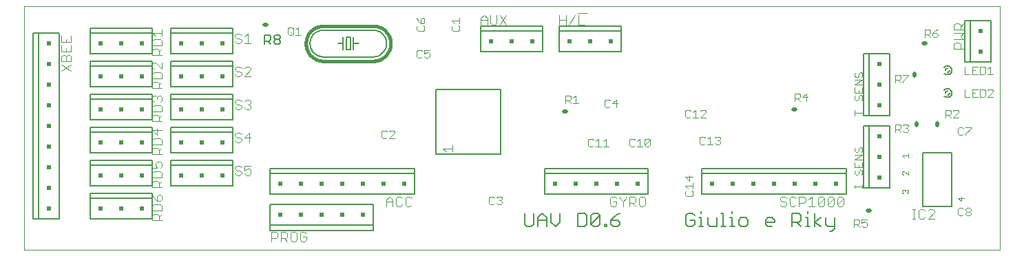
<source format=gto>
G75*
G70*
%OFA0B0*%
%FSLAX24Y24*%
%IPPOS*%
%LPD*%
%AMOC8*
5,1,8,0,0,1.08239X$1,22.5*
%
%ADD10C,0.0000*%
%ADD11C,0.0060*%
%ADD12C,0.0050*%
%ADD13C,0.0040*%
%ADD14C,0.0030*%
%ADD15C,0.0160*%
%ADD16R,0.0200X0.0200*%
%ADD17C,0.0200*%
%ADD18C,0.0080*%
D10*
X000202Y000181D02*
X047426Y000181D01*
X047426Y011992D01*
X000202Y011992D01*
X000202Y000181D01*
D11*
X000631Y001681D02*
X000631Y010681D01*
X000881Y010681D01*
X001881Y010681D01*
X001881Y001681D01*
X000881Y001681D01*
X000631Y001681D01*
X000881Y001681D02*
X000881Y010681D01*
X003381Y010681D02*
X003381Y010931D01*
X006381Y010931D01*
X006381Y010681D01*
X006381Y009681D01*
X003381Y009681D01*
X003381Y010681D01*
X006381Y010681D01*
X007281Y010681D02*
X007281Y010931D01*
X010281Y010931D01*
X010281Y010681D01*
X010281Y009681D01*
X007281Y009681D01*
X007281Y010681D01*
X010281Y010681D01*
X014681Y010831D02*
X017081Y010831D01*
X016131Y010481D02*
X016131Y010181D01*
X016381Y010181D01*
X016131Y010181D02*
X016131Y009881D01*
X015981Y009881D02*
X015781Y009881D01*
X015781Y010481D01*
X015981Y010481D01*
X015981Y009881D01*
X015631Y009881D02*
X015631Y010181D01*
X015381Y010181D01*
X015631Y010181D02*
X015631Y010481D01*
X014681Y010831D02*
X014631Y010829D01*
X014582Y010823D01*
X014533Y010814D01*
X014485Y010801D01*
X014438Y010784D01*
X014393Y010764D01*
X014349Y010740D01*
X014307Y010713D01*
X014267Y010682D01*
X014230Y010649D01*
X014196Y010613D01*
X014164Y010575D01*
X014135Y010534D01*
X014110Y010492D01*
X014088Y010447D01*
X014069Y010401D01*
X014054Y010353D01*
X014043Y010305D01*
X014035Y010256D01*
X014031Y010206D01*
X014031Y010156D01*
X014035Y010106D01*
X014043Y010057D01*
X014054Y010009D01*
X014069Y009961D01*
X014088Y009915D01*
X014110Y009870D01*
X014135Y009828D01*
X014164Y009787D01*
X014196Y009749D01*
X014230Y009713D01*
X014267Y009680D01*
X014307Y009649D01*
X014349Y009622D01*
X014393Y009598D01*
X014438Y009578D01*
X014485Y009561D01*
X014533Y009548D01*
X014582Y009539D01*
X014631Y009533D01*
X014681Y009531D01*
X017081Y009531D01*
X017131Y009533D01*
X017180Y009539D01*
X017229Y009548D01*
X017277Y009561D01*
X017324Y009578D01*
X017369Y009598D01*
X017413Y009622D01*
X017455Y009649D01*
X017495Y009680D01*
X017532Y009713D01*
X017566Y009749D01*
X017598Y009787D01*
X017627Y009828D01*
X017652Y009870D01*
X017674Y009915D01*
X017693Y009961D01*
X017708Y010009D01*
X017719Y010057D01*
X017727Y010106D01*
X017731Y010156D01*
X017731Y010206D01*
X017727Y010256D01*
X017719Y010305D01*
X017708Y010353D01*
X017693Y010401D01*
X017674Y010447D01*
X017652Y010492D01*
X017627Y010534D01*
X017598Y010575D01*
X017566Y010613D01*
X017532Y010649D01*
X017495Y010682D01*
X017455Y010713D01*
X017413Y010740D01*
X017369Y010764D01*
X017324Y010784D01*
X017277Y010801D01*
X017229Y010814D01*
X017180Y010823D01*
X017131Y010829D01*
X017081Y010831D01*
X022281Y010781D02*
X022281Y009781D01*
X025281Y009781D01*
X025281Y010781D01*
X025281Y011031D01*
X022281Y011031D01*
X022281Y010781D01*
X025281Y010781D01*
X026081Y010781D02*
X026081Y011031D01*
X029081Y011031D01*
X029081Y010781D01*
X029081Y009781D01*
X026081Y009781D01*
X026081Y010781D01*
X029081Y010781D01*
X040831Y009681D02*
X041081Y009681D01*
X042081Y009681D01*
X042081Y006681D01*
X041081Y006681D01*
X040831Y006681D01*
X040831Y009681D01*
X041081Y009681D02*
X041081Y006681D01*
X041081Y006181D02*
X040831Y006181D01*
X040831Y003181D01*
X041081Y003181D01*
X041081Y006181D01*
X042081Y006181D01*
X042081Y003181D01*
X041081Y003181D01*
X039981Y002881D02*
X032981Y002881D01*
X032981Y003881D01*
X032981Y004131D01*
X039981Y004131D01*
X039981Y003881D01*
X039981Y002881D01*
X038119Y002059D02*
X038119Y001952D01*
X038442Y001952D02*
X038442Y001311D01*
X038442Y001525D02*
X038762Y001311D01*
X038979Y001418D02*
X039086Y001311D01*
X039406Y001311D01*
X039406Y001205D02*
X039299Y001098D01*
X039192Y001098D01*
X039406Y001205D02*
X039406Y001738D01*
X038979Y001738D02*
X038979Y001418D01*
X038762Y001738D02*
X038442Y001525D01*
X038119Y001738D02*
X038012Y001738D01*
X038119Y001738D02*
X038119Y001311D01*
X038012Y001311D02*
X038226Y001311D01*
X037795Y001311D02*
X037581Y001525D01*
X037688Y001525D02*
X037368Y001525D01*
X037688Y001525D02*
X037795Y001632D01*
X037795Y001845D01*
X037688Y001952D01*
X037368Y001952D01*
X037368Y001311D01*
X036506Y001525D02*
X036079Y001525D01*
X036079Y001418D02*
X036079Y001632D01*
X036185Y001738D01*
X036399Y001738D01*
X036506Y001632D01*
X036506Y001525D01*
X036185Y001311D02*
X036079Y001418D01*
X036185Y001311D02*
X036399Y001311D01*
X035217Y001418D02*
X035217Y001632D01*
X035110Y001738D01*
X034896Y001738D01*
X034790Y001632D01*
X034790Y001418D01*
X034896Y001311D01*
X035110Y001311D01*
X035217Y001418D01*
X034573Y001311D02*
X034360Y001311D01*
X034467Y001311D02*
X034467Y001738D01*
X034360Y001738D01*
X034467Y001952D02*
X034467Y002059D01*
X034037Y001952D02*
X034037Y001311D01*
X033930Y001311D02*
X034144Y001311D01*
X033713Y001311D02*
X033713Y001738D01*
X033286Y001738D02*
X033286Y001418D01*
X033392Y001311D01*
X033713Y001311D01*
X033069Y001311D02*
X032856Y001311D01*
X032963Y001311D02*
X032963Y001738D01*
X032856Y001738D01*
X032638Y001632D02*
X032425Y001632D01*
X032638Y001632D02*
X032638Y001418D01*
X032532Y001311D01*
X032318Y001311D01*
X032211Y001418D01*
X032211Y001845D01*
X032318Y001952D01*
X032532Y001952D01*
X032638Y001845D01*
X032963Y001952D02*
X032963Y002059D01*
X033930Y001952D02*
X034037Y001952D01*
X030381Y002881D02*
X025381Y002881D01*
X025381Y003881D01*
X025381Y004131D01*
X030381Y004131D01*
X030381Y003881D01*
X030381Y002881D01*
X030381Y003881D02*
X025381Y003881D01*
X019081Y003881D02*
X019081Y002881D01*
X012081Y002881D01*
X012081Y003881D01*
X012081Y004131D01*
X019081Y004131D01*
X019081Y003881D01*
X012081Y003881D01*
X010281Y004281D02*
X010281Y004531D01*
X007281Y004531D01*
X007281Y004281D01*
X010281Y004281D01*
X010281Y003281D01*
X007281Y003281D01*
X007281Y004281D01*
X006381Y004281D02*
X006381Y004531D01*
X003381Y004531D01*
X003381Y004281D01*
X006381Y004281D01*
X006381Y003281D01*
X003381Y003281D01*
X003381Y004281D01*
X003381Y004881D02*
X006381Y004881D01*
X006381Y005881D01*
X006381Y006131D01*
X003381Y006131D01*
X003381Y005881D01*
X006381Y005881D01*
X007281Y005881D02*
X007281Y006131D01*
X010281Y006131D01*
X010281Y005881D01*
X010281Y004881D01*
X007281Y004881D01*
X007281Y005881D01*
X010281Y005881D01*
X010281Y006481D02*
X010281Y007481D01*
X010281Y007731D01*
X007281Y007731D01*
X007281Y007481D01*
X010281Y007481D01*
X010281Y008081D02*
X010281Y009081D01*
X010281Y009331D01*
X007281Y009331D01*
X007281Y009081D01*
X010281Y009081D01*
X007281Y009081D02*
X007281Y008081D01*
X010281Y008081D01*
X007281Y007481D02*
X007281Y006481D01*
X010281Y006481D01*
X006381Y006481D02*
X006381Y007481D01*
X006381Y007731D01*
X003381Y007731D01*
X003381Y007481D01*
X006381Y007481D01*
X006381Y008081D02*
X006381Y009081D01*
X006381Y009331D01*
X003381Y009331D01*
X003381Y009081D01*
X006381Y009081D01*
X003381Y009081D02*
X003381Y008081D01*
X006381Y008081D01*
X003381Y007481D02*
X003381Y006481D01*
X006381Y006481D01*
X003381Y005881D02*
X003381Y004881D01*
X003381Y002931D02*
X006381Y002931D01*
X006381Y002681D01*
X006381Y001681D01*
X003381Y001681D01*
X003381Y002681D01*
X003381Y002931D01*
X003381Y002681D02*
X006381Y002681D01*
X012081Y002381D02*
X012081Y001381D01*
X012081Y001131D01*
X017081Y001131D01*
X017081Y001381D01*
X012081Y001381D01*
X012081Y002381D02*
X017081Y002381D01*
X017081Y001381D01*
X024411Y001418D02*
X024518Y001311D01*
X024732Y001311D01*
X024838Y001418D01*
X024838Y001952D01*
X025056Y001738D02*
X025269Y001952D01*
X025483Y001738D01*
X025483Y001311D01*
X025700Y001525D02*
X025914Y001311D01*
X026127Y001525D01*
X026127Y001952D01*
X025700Y001952D02*
X025700Y001525D01*
X025483Y001632D02*
X025056Y001632D01*
X025056Y001738D02*
X025056Y001311D01*
X024411Y001418D02*
X024411Y001952D01*
X026990Y001952D02*
X026990Y001311D01*
X027310Y001311D01*
X027417Y001418D01*
X027417Y001845D01*
X027310Y001952D01*
X026990Y001952D01*
X027634Y001845D02*
X027741Y001952D01*
X027954Y001952D01*
X028061Y001845D01*
X027634Y001418D01*
X027741Y001311D01*
X027954Y001311D01*
X028061Y001418D01*
X028061Y001845D01*
X027634Y001845D02*
X027634Y001418D01*
X028279Y001418D02*
X028279Y001311D01*
X028385Y001311D01*
X028385Y001418D01*
X028279Y001418D01*
X028601Y001418D02*
X028708Y001311D01*
X028921Y001311D01*
X029028Y001418D01*
X029028Y001525D01*
X028921Y001632D01*
X028601Y001632D01*
X028601Y001418D01*
X028601Y001632D02*
X028814Y001845D01*
X029028Y001952D01*
X032981Y003881D02*
X039981Y003881D01*
X044731Y007631D02*
X044781Y007581D01*
X044981Y007581D01*
X045031Y007631D01*
X045049Y007652D01*
X045065Y007675D01*
X045077Y007700D01*
X045086Y007726D01*
X045091Y007753D01*
X045093Y007781D01*
X045091Y007809D01*
X045086Y007836D01*
X045077Y007862D01*
X045065Y007887D01*
X045049Y007910D01*
X045031Y007931D01*
X044981Y007981D01*
X044781Y007981D01*
X044731Y007931D01*
X044881Y007881D02*
X044864Y007879D01*
X044847Y007875D01*
X044831Y007868D01*
X044817Y007858D01*
X044804Y007845D01*
X044794Y007831D01*
X044787Y007815D01*
X044783Y007798D01*
X044781Y007781D01*
X044881Y007681D02*
X044898Y007683D01*
X044915Y007687D01*
X044931Y007694D01*
X044945Y007704D01*
X044958Y007717D01*
X044968Y007731D01*
X044975Y007747D01*
X044979Y007764D01*
X044981Y007781D01*
X044981Y008681D02*
X044781Y008681D01*
X044731Y008731D01*
X045031Y008731D02*
X045049Y008752D01*
X045065Y008775D01*
X045077Y008800D01*
X045086Y008826D01*
X045091Y008853D01*
X045093Y008881D01*
X045091Y008909D01*
X045086Y008936D01*
X045077Y008962D01*
X045065Y008987D01*
X045049Y009010D01*
X045031Y009031D01*
X044981Y009081D01*
X044781Y009081D01*
X044731Y009031D01*
X044881Y008981D02*
X044864Y008979D01*
X044847Y008975D01*
X044831Y008968D01*
X044817Y008958D01*
X044804Y008945D01*
X044794Y008931D01*
X044787Y008915D01*
X044783Y008898D01*
X044781Y008881D01*
X044881Y008781D02*
X044898Y008783D01*
X044915Y008787D01*
X044931Y008794D01*
X044945Y008804D01*
X044958Y008817D01*
X044968Y008831D01*
X044975Y008847D01*
X044979Y008864D01*
X044981Y008881D01*
X045031Y008731D02*
X044981Y008681D01*
X045731Y009281D02*
X045731Y011281D01*
X045981Y011281D01*
X046981Y011281D01*
X046981Y009281D01*
X045981Y009281D01*
X045731Y009281D01*
X045981Y009281D02*
X045981Y011281D01*
D12*
X023256Y007956D02*
X020107Y007956D01*
X020107Y004807D01*
X023256Y004807D01*
X023256Y007956D01*
X012586Y010221D02*
X012511Y010146D01*
X012361Y010146D01*
X012286Y010221D01*
X012286Y010297D01*
X012361Y010372D01*
X012511Y010372D01*
X012586Y010297D01*
X012586Y010221D01*
X012511Y010372D02*
X012586Y010447D01*
X012586Y010522D01*
X012511Y010597D01*
X012361Y010597D01*
X012286Y010522D01*
X012286Y010447D01*
X012361Y010372D01*
X012126Y010372D02*
X012051Y010297D01*
X011826Y010297D01*
X011976Y010297D02*
X012126Y010146D01*
X011826Y010146D02*
X011826Y010597D01*
X012051Y010597D01*
X012126Y010522D01*
X012126Y010372D01*
D13*
X011169Y010201D02*
X010862Y010201D01*
X011015Y010201D02*
X011015Y010662D01*
X010862Y010508D01*
X010708Y010585D02*
X010632Y010662D01*
X010478Y010662D01*
X010401Y010585D01*
X010401Y010508D01*
X010478Y010432D01*
X010632Y010432D01*
X010708Y010355D01*
X010708Y010278D01*
X010632Y010201D01*
X010478Y010201D01*
X010401Y010278D01*
X006861Y010311D02*
X006861Y010081D01*
X006401Y010081D01*
X006401Y010311D01*
X006478Y010388D01*
X006785Y010388D01*
X006861Y010311D01*
X006861Y010541D02*
X006861Y010848D01*
X006861Y010694D02*
X006401Y010694D01*
X006555Y010541D01*
X006631Y009927D02*
X006708Y009850D01*
X006708Y009620D01*
X006861Y009620D02*
X006401Y009620D01*
X006401Y009850D01*
X006478Y009927D01*
X006631Y009927D01*
X006708Y009774D02*
X006861Y009927D01*
X006861Y009248D02*
X006861Y008941D01*
X006555Y009248D01*
X006478Y009248D01*
X006401Y009171D01*
X006401Y009018D01*
X006478Y008941D01*
X006478Y008788D02*
X006401Y008711D01*
X006401Y008481D01*
X006861Y008481D01*
X006861Y008711D01*
X006785Y008788D01*
X006478Y008788D01*
X006478Y008327D02*
X006631Y008327D01*
X006708Y008250D01*
X006708Y008020D01*
X006861Y008020D02*
X006401Y008020D01*
X006401Y008250D01*
X006478Y008327D01*
X006708Y008174D02*
X006861Y008327D01*
X006785Y007648D02*
X006861Y007571D01*
X006861Y007418D01*
X006785Y007341D01*
X006785Y007188D02*
X006478Y007188D01*
X006401Y007111D01*
X006401Y006881D01*
X006861Y006881D01*
X006861Y007111D01*
X006785Y007188D01*
X006478Y007341D02*
X006401Y007418D01*
X006401Y007571D01*
X006478Y007648D01*
X006555Y007648D01*
X006631Y007571D01*
X006708Y007648D01*
X006785Y007648D01*
X006631Y007571D02*
X006631Y007494D01*
X006631Y006727D02*
X006708Y006650D01*
X006708Y006420D01*
X006861Y006420D02*
X006401Y006420D01*
X006401Y006650D01*
X006478Y006727D01*
X006631Y006727D01*
X006708Y006574D02*
X006861Y006727D01*
X006631Y006048D02*
X006631Y005741D01*
X006401Y005971D01*
X006861Y005971D01*
X006785Y005588D02*
X006478Y005588D01*
X006401Y005511D01*
X006401Y005281D01*
X006861Y005281D01*
X006861Y005511D01*
X006785Y005588D01*
X006861Y005127D02*
X006708Y004974D01*
X006708Y005050D02*
X006708Y004820D01*
X006861Y004820D02*
X006401Y004820D01*
X006401Y005050D01*
X006478Y005127D01*
X006631Y005127D01*
X006708Y005050D01*
X006631Y004448D02*
X006785Y004448D01*
X006861Y004371D01*
X006861Y004218D01*
X006785Y004141D01*
X006631Y004141D02*
X006555Y004294D01*
X006555Y004371D01*
X006631Y004448D01*
X006401Y004448D02*
X006401Y004141D01*
X006631Y004141D01*
X006478Y003988D02*
X006401Y003911D01*
X006401Y003681D01*
X006861Y003681D01*
X006861Y003911D01*
X006785Y003988D01*
X006478Y003988D01*
X006478Y003527D02*
X006631Y003527D01*
X006708Y003450D01*
X006708Y003220D01*
X006861Y003220D02*
X006401Y003220D01*
X006401Y003450D01*
X006478Y003527D01*
X006708Y003374D02*
X006861Y003527D01*
X006785Y002848D02*
X006708Y002848D01*
X006631Y002771D01*
X006631Y002541D01*
X006785Y002541D01*
X006861Y002618D01*
X006861Y002771D01*
X006785Y002848D01*
X006478Y002694D02*
X006631Y002541D01*
X006478Y002694D02*
X006401Y002848D01*
X006478Y002388D02*
X006401Y002311D01*
X006401Y002081D01*
X006861Y002081D01*
X006861Y002311D01*
X006785Y002388D01*
X006478Y002388D01*
X006478Y001927D02*
X006631Y001927D01*
X006708Y001850D01*
X006708Y001620D01*
X006861Y001620D02*
X006401Y001620D01*
X006401Y001850D01*
X006478Y001927D01*
X006708Y001774D02*
X006861Y001927D01*
X012160Y001062D02*
X012160Y000601D01*
X012620Y000601D02*
X012620Y001062D01*
X012850Y001062D01*
X012927Y000985D01*
X012927Y000832D01*
X012850Y000755D01*
X012620Y000755D01*
X012774Y000755D02*
X012927Y000601D01*
X013081Y000678D02*
X013157Y000601D01*
X013311Y000601D01*
X013387Y000678D01*
X013387Y000985D01*
X013311Y001062D01*
X013157Y001062D01*
X013081Y000985D01*
X013081Y000678D01*
X013541Y000678D02*
X013618Y000601D01*
X013771Y000601D01*
X013848Y000678D01*
X013848Y000832D01*
X013694Y000832D01*
X013541Y000985D02*
X013541Y000678D01*
X013541Y000985D02*
X013618Y001062D01*
X013771Y001062D01*
X013848Y000985D01*
X012467Y000985D02*
X012467Y000832D01*
X012390Y000755D01*
X012160Y000755D01*
X012390Y001062D02*
X012467Y000985D01*
X012390Y001062D02*
X012160Y001062D01*
X017720Y002301D02*
X017720Y002608D01*
X017874Y002762D01*
X018027Y002608D01*
X018027Y002301D01*
X018181Y002378D02*
X018257Y002301D01*
X018411Y002301D01*
X018488Y002378D01*
X018641Y002378D02*
X018718Y002301D01*
X018871Y002301D01*
X018948Y002378D01*
X018641Y002378D02*
X018641Y002685D01*
X018718Y002762D01*
X018871Y002762D01*
X018948Y002685D01*
X018488Y002685D02*
X018411Y002762D01*
X018257Y002762D01*
X018181Y002685D01*
X018181Y002378D01*
X018027Y002532D02*
X017720Y002532D01*
X011169Y003878D02*
X011092Y003801D01*
X010938Y003801D01*
X010862Y003878D01*
X010862Y004032D02*
X011015Y004108D01*
X011092Y004108D01*
X011169Y004032D01*
X011169Y003878D01*
X010862Y004032D02*
X010862Y004262D01*
X011169Y004262D01*
X010708Y004185D02*
X010632Y004262D01*
X010478Y004262D01*
X010401Y004185D01*
X010401Y004108D01*
X010478Y004032D01*
X010632Y004032D01*
X010708Y003955D01*
X010708Y003878D01*
X010632Y003801D01*
X010478Y003801D01*
X010401Y003878D01*
X010478Y005401D02*
X010401Y005478D01*
X010478Y005401D02*
X010632Y005401D01*
X010708Y005478D01*
X010708Y005555D01*
X010632Y005632D01*
X010478Y005632D01*
X010401Y005708D01*
X010401Y005785D01*
X010478Y005862D01*
X010632Y005862D01*
X010708Y005785D01*
X010862Y005632D02*
X011169Y005632D01*
X011092Y005862D02*
X010862Y005632D01*
X011092Y005401D02*
X011092Y005862D01*
X011092Y007001D02*
X010938Y007001D01*
X010862Y007078D01*
X010708Y007078D02*
X010632Y007001D01*
X010478Y007001D01*
X010401Y007078D01*
X010632Y007232D02*
X010708Y007155D01*
X010708Y007078D01*
X011092Y007001D02*
X011169Y007078D01*
X011169Y007155D01*
X011092Y007232D01*
X011015Y007232D01*
X011092Y007232D02*
X011169Y007308D01*
X011169Y007385D01*
X011092Y007462D01*
X010938Y007462D01*
X010862Y007385D01*
X010708Y007385D02*
X010632Y007462D01*
X010478Y007462D01*
X010401Y007385D01*
X010401Y007308D01*
X010478Y007232D01*
X010632Y007232D01*
X010632Y008601D02*
X010478Y008601D01*
X010401Y008678D01*
X010478Y008832D02*
X010632Y008832D01*
X010708Y008755D01*
X010708Y008678D01*
X010632Y008601D01*
X010862Y008601D02*
X011169Y008908D01*
X011169Y008985D01*
X011092Y009062D01*
X010938Y009062D01*
X010862Y008985D01*
X010708Y008985D02*
X010632Y009062D01*
X010478Y009062D01*
X010401Y008985D01*
X010401Y008908D01*
X010478Y008832D01*
X010862Y008601D02*
X011169Y008601D01*
X002461Y008860D02*
X002001Y009167D01*
X002001Y009320D02*
X002001Y009550D01*
X002078Y009627D01*
X002155Y009627D01*
X002231Y009550D01*
X002231Y009320D01*
X002461Y009320D02*
X002001Y009320D01*
X002001Y008860D02*
X002461Y009167D01*
X002461Y009320D02*
X002461Y009550D01*
X002385Y009627D01*
X002308Y009627D01*
X002231Y009550D01*
X002231Y009781D02*
X002231Y009934D01*
X002001Y009781D02*
X002461Y009781D01*
X002461Y010087D01*
X002001Y010087D02*
X002001Y009781D01*
X002001Y010241D02*
X002461Y010241D01*
X002461Y010548D01*
X002231Y010394D02*
X002231Y010241D01*
X002001Y010241D02*
X002001Y010548D01*
X020924Y005244D02*
X020924Y004937D01*
X020924Y005090D02*
X020464Y005090D01*
X020618Y004937D01*
X028560Y002685D02*
X028637Y002762D01*
X028790Y002762D01*
X028867Y002685D01*
X029020Y002685D02*
X029174Y002532D01*
X029174Y002301D01*
X029481Y002301D02*
X029481Y002762D01*
X029711Y002762D01*
X029787Y002685D01*
X029787Y002532D01*
X029711Y002455D01*
X029481Y002455D01*
X029634Y002455D02*
X029787Y002301D01*
X029941Y002378D02*
X030018Y002301D01*
X030171Y002301D01*
X030248Y002378D01*
X030248Y002685D01*
X030171Y002762D01*
X030018Y002762D01*
X029941Y002685D01*
X029941Y002378D01*
X029327Y002685D02*
X029174Y002532D01*
X029327Y002685D02*
X029327Y002762D01*
X029020Y002762D02*
X029020Y002685D01*
X028867Y002532D02*
X028713Y002532D01*
X028867Y002532D02*
X028867Y002378D01*
X028790Y002301D01*
X028637Y002301D01*
X028560Y002378D01*
X028560Y002685D01*
X036779Y002685D02*
X036779Y002608D01*
X036855Y002532D01*
X037009Y002532D01*
X037086Y002455D01*
X037086Y002378D01*
X037009Y002301D01*
X036855Y002301D01*
X036779Y002378D01*
X037239Y002378D02*
X037316Y002301D01*
X037469Y002301D01*
X037546Y002378D01*
X037699Y002301D02*
X037699Y002762D01*
X037930Y002762D01*
X038006Y002685D01*
X038006Y002532D01*
X037930Y002455D01*
X037699Y002455D01*
X037239Y002378D02*
X037239Y002685D01*
X037316Y002762D01*
X037469Y002762D01*
X037546Y002685D01*
X037086Y002685D02*
X037009Y002762D01*
X036855Y002762D01*
X036779Y002685D01*
X038160Y002608D02*
X038313Y002762D01*
X038313Y002301D01*
X038160Y002301D02*
X038467Y002301D01*
X038620Y002378D02*
X038927Y002685D01*
X038927Y002378D01*
X038850Y002301D01*
X038697Y002301D01*
X038620Y002378D01*
X038620Y002685D01*
X038697Y002762D01*
X038850Y002762D01*
X038927Y002685D01*
X039080Y002685D02*
X039157Y002762D01*
X039311Y002762D01*
X039387Y002685D01*
X039080Y002378D01*
X039157Y002301D01*
X039311Y002301D01*
X039387Y002378D01*
X039387Y002685D01*
X039541Y002685D02*
X039618Y002762D01*
X039771Y002762D01*
X039848Y002685D01*
X039541Y002378D01*
X039618Y002301D01*
X039771Y002301D01*
X039848Y002378D01*
X039848Y002685D01*
X039541Y002685D02*
X039541Y002378D01*
X039080Y002378D02*
X039080Y002685D01*
X042701Y002952D02*
X042701Y003045D01*
X042748Y003092D01*
X042795Y003092D01*
X042841Y003045D01*
X042888Y003092D01*
X042935Y003092D01*
X042981Y003045D01*
X042981Y002952D01*
X042935Y002905D01*
X042841Y002998D02*
X042841Y003045D01*
X042748Y002905D02*
X042701Y002952D01*
X043174Y002162D02*
X043327Y002162D01*
X043250Y002162D02*
X043250Y001701D01*
X043174Y001701D02*
X043327Y001701D01*
X043481Y001778D02*
X043557Y001701D01*
X043711Y001701D01*
X043788Y001778D01*
X043941Y001701D02*
X044248Y002008D01*
X044248Y002085D01*
X044171Y002162D01*
X044018Y002162D01*
X043941Y002085D01*
X043788Y002085D02*
X043711Y002162D01*
X043557Y002162D01*
X043481Y002085D01*
X043481Y001778D01*
X043941Y001701D02*
X044248Y001701D01*
X045401Y002697D02*
X045541Y002557D01*
X045541Y002744D01*
X045681Y002697D02*
X045401Y002697D01*
X042978Y003815D02*
X042791Y004002D01*
X042744Y004002D01*
X042697Y003955D01*
X042697Y003862D01*
X042744Y003815D01*
X042978Y003815D02*
X042978Y004002D01*
X042981Y004666D02*
X042981Y004853D01*
X042981Y004759D02*
X042701Y004759D01*
X042795Y004666D01*
X045201Y009920D02*
X045201Y010150D01*
X045278Y010227D01*
X045431Y010227D01*
X045508Y010150D01*
X045508Y009920D01*
X045661Y009920D02*
X045201Y009920D01*
X045201Y010381D02*
X045661Y010381D01*
X045508Y010534D01*
X045661Y010688D01*
X045201Y010688D01*
X045201Y010841D02*
X045201Y011071D01*
X045278Y011148D01*
X045431Y011148D01*
X045508Y011071D01*
X045508Y010841D01*
X045661Y010841D02*
X045201Y010841D01*
X045508Y010994D02*
X045661Y011148D01*
X027463Y011641D02*
X027002Y011641D01*
X027022Y011562D02*
X027022Y011101D01*
X027329Y011101D01*
X026869Y011562D02*
X026562Y011101D01*
X026408Y011101D02*
X026408Y011562D01*
X026101Y011562D02*
X026101Y011101D01*
X026101Y011332D02*
X026408Y011332D01*
X023529Y011562D02*
X023222Y011101D01*
X023069Y011178D02*
X023069Y011562D01*
X023222Y011562D02*
X023529Y011101D01*
X023069Y011178D02*
X022992Y011101D01*
X022838Y011101D01*
X022762Y011178D01*
X022762Y011562D01*
X022608Y011408D02*
X022455Y011562D01*
X022301Y011408D01*
X022301Y011101D01*
X022301Y011332D02*
X022608Y011332D01*
X022608Y011408D02*
X022608Y011101D01*
D14*
X021266Y011165D02*
X021266Y011412D01*
X021266Y011288D02*
X020896Y011288D01*
X021020Y011165D01*
X020958Y011043D02*
X020896Y010982D01*
X020896Y010858D01*
X020958Y010796D01*
X021205Y010796D01*
X021266Y010858D01*
X021266Y010982D01*
X021205Y011043D01*
X019566Y010982D02*
X019566Y010858D01*
X019505Y010796D01*
X019258Y010796D01*
X019196Y010858D01*
X019196Y010982D01*
X019258Y011043D01*
X019381Y011165D02*
X019381Y011350D01*
X019443Y011412D01*
X019505Y011412D01*
X019566Y011350D01*
X019566Y011226D01*
X019505Y011165D01*
X019381Y011165D01*
X019258Y011288D01*
X019196Y011412D01*
X019505Y011043D02*
X019566Y010982D01*
X019565Y009867D02*
X019565Y009682D01*
X019688Y009743D01*
X019750Y009743D01*
X019812Y009682D01*
X019812Y009558D01*
X019750Y009496D01*
X019626Y009496D01*
X019565Y009558D01*
X019443Y009558D02*
X019382Y009496D01*
X019258Y009496D01*
X019196Y009558D01*
X019196Y009805D01*
X019258Y009867D01*
X019382Y009867D01*
X019443Y009805D01*
X019565Y009867D02*
X019812Y009867D01*
X013575Y010596D02*
X013328Y010596D01*
X013207Y010596D02*
X013083Y010720D01*
X012960Y010658D02*
X013021Y010596D01*
X013145Y010596D01*
X013207Y010658D01*
X013207Y010905D01*
X013145Y010967D01*
X013021Y010967D01*
X012960Y010905D01*
X012960Y010658D01*
X013328Y010843D02*
X013452Y010967D01*
X013452Y010596D01*
X026396Y007667D02*
X026396Y007296D01*
X026396Y007420D02*
X026582Y007420D01*
X026643Y007482D01*
X026643Y007605D01*
X026582Y007667D01*
X026396Y007667D01*
X026765Y007543D02*
X026888Y007667D01*
X026888Y007296D01*
X026765Y007296D02*
X027012Y007296D01*
X026643Y007296D02*
X026520Y007420D01*
X028296Y007405D02*
X028296Y007158D01*
X028358Y007096D01*
X028482Y007096D01*
X028543Y007158D01*
X028665Y007282D02*
X028912Y007282D01*
X028850Y007467D02*
X028665Y007282D01*
X028543Y007405D02*
X028482Y007467D01*
X028358Y007467D01*
X028296Y007405D01*
X028850Y007467D02*
X028850Y007096D01*
X032196Y006905D02*
X032196Y006658D01*
X032258Y006596D01*
X032382Y006596D01*
X032443Y006658D01*
X032565Y006596D02*
X032812Y006596D01*
X032933Y006596D02*
X033180Y006843D01*
X033180Y006905D01*
X033118Y006967D01*
X032995Y006967D01*
X032933Y006905D01*
X032688Y006967D02*
X032565Y006843D01*
X032443Y006905D02*
X032382Y006967D01*
X032258Y006967D01*
X032196Y006905D01*
X032688Y006967D02*
X032688Y006596D01*
X032933Y006596D02*
X033180Y006596D01*
X033082Y005667D02*
X032958Y005667D01*
X032896Y005605D01*
X032896Y005358D01*
X032958Y005296D01*
X033082Y005296D01*
X033143Y005358D01*
X033265Y005296D02*
X033512Y005296D01*
X033388Y005296D02*
X033388Y005667D01*
X033265Y005543D01*
X033143Y005605D02*
X033082Y005667D01*
X033633Y005605D02*
X033695Y005667D01*
X033818Y005667D01*
X033880Y005605D01*
X033880Y005543D01*
X033818Y005482D01*
X033880Y005420D01*
X033880Y005358D01*
X033818Y005296D01*
X033695Y005296D01*
X033633Y005358D01*
X033756Y005482D02*
X033818Y005482D01*
X030480Y005505D02*
X030480Y005258D01*
X030418Y005196D01*
X030295Y005196D01*
X030233Y005258D01*
X030480Y005505D01*
X030418Y005567D01*
X030295Y005567D01*
X030233Y005505D01*
X030233Y005258D01*
X030112Y005196D02*
X029865Y005196D01*
X029988Y005196D02*
X029988Y005567D01*
X029865Y005443D01*
X029743Y005505D02*
X029682Y005567D01*
X029558Y005567D01*
X029496Y005505D01*
X029496Y005258D01*
X029558Y005196D01*
X029682Y005196D01*
X029743Y005258D01*
X028480Y005196D02*
X028233Y005196D01*
X028112Y005196D02*
X027865Y005196D01*
X027988Y005196D02*
X027988Y005567D01*
X027865Y005443D01*
X027743Y005505D02*
X027682Y005567D01*
X027558Y005567D01*
X027496Y005505D01*
X027496Y005258D01*
X027558Y005196D01*
X027682Y005196D01*
X027743Y005258D01*
X028233Y005443D02*
X028356Y005567D01*
X028356Y005196D01*
X032381Y003775D02*
X032381Y003528D01*
X032196Y003713D01*
X032566Y003713D01*
X032566Y003407D02*
X032566Y003160D01*
X032566Y003283D02*
X032196Y003283D01*
X032320Y003160D01*
X032258Y003038D02*
X032196Y002977D01*
X032196Y002853D01*
X032258Y002791D01*
X032505Y002791D01*
X032566Y002853D01*
X032566Y002977D01*
X032505Y003038D01*
X040396Y003196D02*
X040396Y003320D01*
X040396Y003258D02*
X040766Y003258D01*
X040766Y003196D02*
X040766Y003320D01*
X040828Y003442D02*
X040828Y003689D01*
X040705Y003810D02*
X040766Y003872D01*
X040766Y003995D01*
X040705Y004057D01*
X040643Y004057D01*
X040581Y003995D01*
X040581Y003872D01*
X040520Y003810D01*
X040458Y003810D01*
X040396Y003872D01*
X040396Y003995D01*
X040458Y004057D01*
X040396Y004179D02*
X040766Y004179D01*
X040766Y004425D01*
X040766Y004547D02*
X040396Y004547D01*
X040766Y004794D01*
X040396Y004794D01*
X040458Y004915D02*
X040520Y004915D01*
X040581Y004977D01*
X040581Y005100D01*
X040643Y005162D01*
X040705Y005162D01*
X040766Y005100D01*
X040766Y004977D01*
X040705Y004915D01*
X040458Y004915D02*
X040396Y004977D01*
X040396Y005100D01*
X040458Y005162D01*
X040396Y004425D02*
X040396Y004179D01*
X040581Y004179D02*
X040581Y004302D01*
X045403Y005803D02*
X045464Y005741D01*
X045588Y005741D01*
X045650Y005803D01*
X045771Y005803D02*
X045771Y005741D01*
X045771Y005803D02*
X046018Y006049D01*
X046018Y006111D01*
X045771Y006111D01*
X045650Y006049D02*
X045588Y006111D01*
X045464Y006111D01*
X045403Y006049D01*
X045403Y005803D01*
X042975Y005958D02*
X042913Y005896D01*
X042790Y005896D01*
X042728Y005958D01*
X042607Y005896D02*
X042483Y006020D01*
X042545Y006020D02*
X042360Y006020D01*
X042360Y005896D02*
X042360Y006267D01*
X042545Y006267D01*
X042607Y006205D01*
X042607Y006082D01*
X042545Y006020D01*
X042728Y006205D02*
X042790Y006267D01*
X042913Y006267D01*
X042975Y006205D01*
X042975Y006143D01*
X042913Y006082D01*
X042975Y006020D01*
X042975Y005958D01*
X042913Y006082D02*
X042852Y006082D01*
X044796Y006596D02*
X044796Y006967D01*
X044982Y006967D01*
X045043Y006905D01*
X045043Y006782D01*
X044982Y006720D01*
X044796Y006720D01*
X044920Y006720D02*
X045043Y006596D01*
X045165Y006596D02*
X045412Y006843D01*
X045412Y006905D01*
X045350Y006967D01*
X045226Y006967D01*
X045165Y006905D01*
X045165Y006596D02*
X045412Y006596D01*
X045723Y007596D02*
X045970Y007596D01*
X046091Y007596D02*
X046338Y007596D01*
X046460Y007596D02*
X046645Y007596D01*
X046707Y007658D01*
X046707Y007905D01*
X046645Y007967D01*
X046460Y007967D01*
X046460Y007596D01*
X046828Y007596D02*
X047075Y007843D01*
X047075Y007905D01*
X047013Y007967D01*
X046890Y007967D01*
X046828Y007905D01*
X046338Y007967D02*
X046091Y007967D01*
X046091Y007596D01*
X045723Y007596D02*
X045723Y007967D01*
X046091Y007782D02*
X046215Y007782D01*
X046828Y007596D02*
X047075Y007596D01*
X047075Y008696D02*
X046828Y008696D01*
X046952Y008696D02*
X046952Y009067D01*
X046828Y008943D01*
X046707Y009005D02*
X046645Y009067D01*
X046460Y009067D01*
X046460Y008696D01*
X046645Y008696D01*
X046707Y008758D01*
X046707Y009005D01*
X046338Y009067D02*
X046091Y009067D01*
X046091Y008696D01*
X046338Y008696D01*
X045970Y008696D02*
X045723Y008696D01*
X045723Y009067D01*
X046091Y008882D02*
X046215Y008882D01*
X042975Y008667D02*
X042975Y008605D01*
X042728Y008358D01*
X042728Y008296D01*
X042607Y008296D02*
X042483Y008420D01*
X042545Y008420D02*
X042360Y008420D01*
X042360Y008296D02*
X042360Y008667D01*
X042545Y008667D01*
X042607Y008605D01*
X042607Y008482D01*
X042545Y008420D01*
X042728Y008667D02*
X042975Y008667D01*
X040766Y008723D02*
X040766Y008600D01*
X040705Y008538D01*
X040766Y008416D02*
X040396Y008416D01*
X040458Y008538D02*
X040520Y008538D01*
X040581Y008600D01*
X040581Y008723D01*
X040643Y008785D01*
X040705Y008785D01*
X040766Y008723D01*
X040458Y008785D02*
X040396Y008723D01*
X040396Y008600D01*
X040458Y008538D01*
X040766Y008416D02*
X040396Y008170D01*
X040766Y008170D01*
X040766Y008048D02*
X040766Y007801D01*
X040396Y007801D01*
X040396Y008048D01*
X040581Y007925D02*
X040581Y007801D01*
X040643Y007680D02*
X040705Y007680D01*
X040766Y007618D01*
X040766Y007495D01*
X040705Y007433D01*
X040581Y007495D02*
X040520Y007433D01*
X040458Y007433D01*
X040396Y007495D01*
X040396Y007618D01*
X040458Y007680D01*
X040581Y007618D02*
X040581Y007495D01*
X040581Y007618D02*
X040643Y007680D01*
X040828Y007312D02*
X040828Y007065D01*
X040396Y006943D02*
X040396Y006696D01*
X040396Y006820D02*
X040766Y006820D01*
X038112Y007582D02*
X037865Y007582D01*
X038050Y007767D01*
X038050Y007396D01*
X037743Y007396D02*
X037620Y007520D01*
X037682Y007520D02*
X037496Y007520D01*
X037496Y007396D02*
X037496Y007767D01*
X037682Y007767D01*
X037743Y007705D01*
X037743Y007582D01*
X037682Y007520D01*
X043796Y010496D02*
X043796Y010867D01*
X043982Y010867D01*
X044043Y010805D01*
X044043Y010682D01*
X043982Y010620D01*
X043796Y010620D01*
X043920Y010620D02*
X044043Y010496D01*
X044165Y010558D02*
X044226Y010496D01*
X044350Y010496D01*
X044412Y010558D01*
X044412Y010620D01*
X044350Y010682D01*
X044165Y010682D01*
X044165Y010558D01*
X044165Y010682D02*
X044288Y010805D01*
X044412Y010867D01*
X018112Y005905D02*
X018112Y005843D01*
X017865Y005596D01*
X018112Y005596D01*
X017743Y005658D02*
X017682Y005596D01*
X017558Y005596D01*
X017496Y005658D01*
X017496Y005905D01*
X017558Y005967D01*
X017682Y005967D01*
X017743Y005905D01*
X017865Y005905D02*
X017926Y005967D01*
X018050Y005967D01*
X018112Y005905D01*
X022696Y002705D02*
X022758Y002767D01*
X022882Y002767D01*
X022943Y002705D01*
X023065Y002705D02*
X023126Y002767D01*
X023250Y002767D01*
X023312Y002705D01*
X023312Y002643D01*
X023250Y002582D01*
X023312Y002520D01*
X023312Y002458D01*
X023250Y002396D01*
X023126Y002396D01*
X023065Y002458D01*
X022943Y002458D02*
X022882Y002396D01*
X022758Y002396D01*
X022696Y002458D01*
X022696Y002705D01*
X023188Y002582D02*
X023250Y002582D01*
X040360Y001667D02*
X040360Y001296D01*
X040360Y001420D02*
X040545Y001420D01*
X040607Y001482D01*
X040607Y001605D01*
X040545Y001667D01*
X040360Y001667D01*
X040728Y001667D02*
X040728Y001482D01*
X040852Y001543D01*
X040913Y001543D01*
X040975Y001482D01*
X040975Y001358D01*
X040913Y001296D01*
X040790Y001296D01*
X040728Y001358D01*
X040607Y001296D02*
X040483Y001420D01*
X040728Y001667D02*
X040975Y001667D01*
X045403Y001903D02*
X045464Y001841D01*
X045588Y001841D01*
X045650Y001903D01*
X045771Y001903D02*
X045833Y001841D01*
X045956Y001841D01*
X046018Y001903D01*
X046018Y001964D01*
X045956Y002026D01*
X045833Y002026D01*
X045771Y002088D01*
X045771Y002149D01*
X045833Y002211D01*
X045956Y002211D01*
X046018Y002149D01*
X046018Y002088D01*
X045956Y002026D01*
X045833Y002026D02*
X045771Y001964D01*
X045771Y001903D01*
X045403Y001903D02*
X045403Y002149D01*
X045464Y002211D01*
X045588Y002211D01*
X045650Y002149D01*
D15*
X017081Y009331D02*
X014681Y009331D01*
X014624Y009333D01*
X014568Y009339D01*
X014512Y009348D01*
X014456Y009361D01*
X014402Y009378D01*
X014349Y009398D01*
X014298Y009422D01*
X014248Y009450D01*
X014200Y009480D01*
X014154Y009514D01*
X014111Y009551D01*
X014070Y009590D01*
X014032Y009632D01*
X013997Y009677D01*
X013965Y009724D01*
X013936Y009773D01*
X013910Y009823D01*
X013888Y009876D01*
X013869Y009929D01*
X013854Y009984D01*
X013843Y010040D01*
X013835Y010096D01*
X013831Y010153D01*
X013831Y010209D01*
X013835Y010266D01*
X013843Y010322D01*
X013854Y010378D01*
X013869Y010433D01*
X013888Y010486D01*
X013910Y010539D01*
X013936Y010589D01*
X013965Y010638D01*
X013997Y010685D01*
X014032Y010730D01*
X014070Y010772D01*
X014111Y010811D01*
X014154Y010848D01*
X014200Y010882D01*
X014248Y010912D01*
X014298Y010940D01*
X014349Y010964D01*
X014402Y010984D01*
X014456Y011001D01*
X014512Y011014D01*
X014568Y011023D01*
X014624Y011029D01*
X014681Y011031D01*
X017081Y011031D01*
X017138Y011029D01*
X017194Y011023D01*
X017250Y011014D01*
X017306Y011001D01*
X017360Y010984D01*
X017413Y010964D01*
X017464Y010940D01*
X017514Y010912D01*
X017562Y010882D01*
X017608Y010848D01*
X017651Y010811D01*
X017692Y010772D01*
X017730Y010730D01*
X017765Y010685D01*
X017797Y010638D01*
X017826Y010589D01*
X017852Y010539D01*
X017874Y010486D01*
X017893Y010433D01*
X017908Y010378D01*
X017919Y010322D01*
X017927Y010266D01*
X017931Y010209D01*
X017931Y010153D01*
X017927Y010096D01*
X017919Y010040D01*
X017908Y009984D01*
X017893Y009929D01*
X017874Y009876D01*
X017852Y009823D01*
X017826Y009773D01*
X017797Y009724D01*
X017765Y009677D01*
X017730Y009632D01*
X017692Y009590D01*
X017651Y009551D01*
X017608Y009514D01*
X017562Y009480D01*
X017514Y009450D01*
X017464Y009422D01*
X017413Y009398D01*
X017360Y009378D01*
X017306Y009361D01*
X017250Y009348D01*
X017194Y009339D01*
X017138Y009333D01*
X017081Y009331D01*
D16*
X022781Y010281D03*
X023781Y010281D03*
X024781Y010281D03*
X026581Y010281D03*
X027581Y010281D03*
X028581Y010281D03*
X041581Y009181D03*
X041581Y008181D03*
X041581Y007181D03*
X041581Y005681D03*
X041581Y004681D03*
X041581Y003681D03*
X039481Y003381D03*
X038481Y003381D03*
X037481Y003381D03*
X036481Y003381D03*
X035481Y003381D03*
X034481Y003381D03*
X033481Y003381D03*
X029881Y003381D03*
X028881Y003381D03*
X027881Y003381D03*
X026881Y003381D03*
X025881Y003381D03*
X018581Y003381D03*
X017581Y003381D03*
X016581Y003381D03*
X015581Y003381D03*
X014581Y003381D03*
X013581Y003381D03*
X012581Y003381D03*
X009781Y003781D03*
X008781Y003781D03*
X007781Y003781D03*
X005881Y003781D03*
X004881Y003781D03*
X003881Y003781D03*
X001381Y004181D03*
X001381Y003181D03*
X001381Y002181D03*
X003881Y002181D03*
X004881Y002181D03*
X005881Y002181D03*
X012581Y001881D03*
X013581Y001881D03*
X014581Y001881D03*
X015581Y001881D03*
X016581Y001881D03*
X009781Y005381D03*
X008781Y005381D03*
X007781Y005381D03*
X005881Y005381D03*
X004881Y005381D03*
X003881Y005381D03*
X001381Y005181D03*
X001381Y006181D03*
X003881Y006981D03*
X004881Y006981D03*
X005881Y006981D03*
X007781Y006981D03*
X008781Y006981D03*
X009781Y006981D03*
X009781Y008581D03*
X008781Y008581D03*
X007781Y008581D03*
X005881Y008581D03*
X004881Y008581D03*
X003881Y008581D03*
X001381Y008181D03*
X001381Y007181D03*
X001381Y009181D03*
X001381Y010181D03*
X003881Y010181D03*
X004881Y010181D03*
X005881Y010181D03*
X007781Y010181D03*
X008781Y010181D03*
X009781Y010181D03*
X046481Y009781D03*
X046481Y010781D03*
D17*
X043831Y010181D02*
X043731Y010181D01*
X043281Y008731D02*
X043281Y008631D01*
X037531Y006981D02*
X037431Y006981D01*
X043381Y006331D02*
X043381Y006231D01*
X044381Y006231D02*
X044381Y006331D01*
X041131Y002081D02*
X041031Y002081D01*
X026431Y006881D02*
X026331Y006881D01*
X011931Y011081D02*
X011831Y011081D01*
D18*
X043681Y004871D02*
X045081Y004871D01*
X045081Y002291D01*
X043681Y002291D01*
X043681Y004871D01*
M02*

</source>
